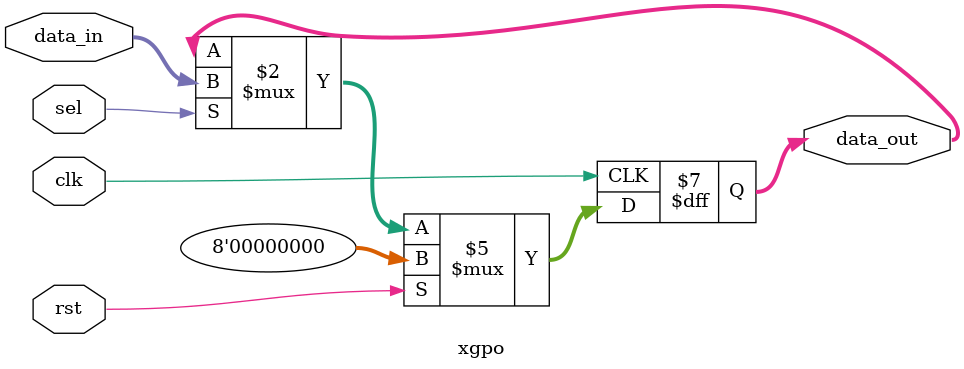
<source format=v>
`timescale 1ns / 1 ps
`include "xdefs.vh"

module xgpo (
	input		clk,
	input		sel,
	input		rst,
	input	[7:0]	data_in,
	output reg	[7:0]	data_out
);

always @(posedge clk)
begin
	if (rst)
		data_out <= 8'b0;
	else if (sel)
		data_out <= data_in;
end

endmodule

</source>
